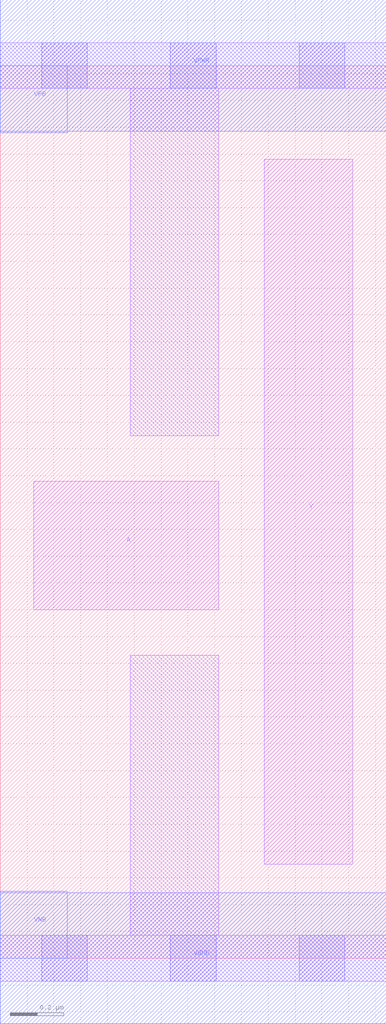
<source format=lef>
# Copyright 2020 The SkyWater PDK Authors
#
# Licensed under the Apache License, Version 2.0 (the "License");
# you may not use this file except in compliance with the License.
# You may obtain a copy of the License at
#
#     https://www.apache.org/licenses/LICENSE-2.0
#
# Unless required by applicable law or agreed to in writing, software
# distributed under the License is distributed on an "AS IS" BASIS,
# WITHOUT WARRANTIES OR CONDITIONS OF ANY KIND, either express or implied.
# See the License for the specific language governing permissions and
# limitations under the License.
#
# SPDX-License-Identifier: Apache-2.0

VERSION 5.5 ;
NAMESCASESENSITIVE ON ;
BUSBITCHARS "[]" ;
DIVIDERCHAR "/" ;
MACRO sky130_fd_sc_hs__inv_1
  CLASS CORE ;
  SOURCE USER ;
  ORIGIN  0.000000  0.000000 ;
  SIZE  1.440000 BY  3.330000 ;
  SYMMETRY X Y ;
  SITE unit ;
  PIN A
    ANTENNAGATEAREA  0.279000 ;
    DIRECTION INPUT ;
    USE SIGNAL ;
    PORT
      LAYER li1 ;
        RECT 0.125000 1.300000 0.815000 1.780000 ;
    END
  END A
  PIN Y
    ANTENNADIFFAREA  0.541300 ;
    DIRECTION OUTPUT ;
    USE SIGNAL ;
    PORT
      LAYER li1 ;
        RECT 0.985000 0.350000 1.315000 2.980000 ;
    END
  END Y
  PIN VGND
    DIRECTION INOUT ;
    USE GROUND ;
    PORT
      LAYER met1 ;
        RECT 0.000000 -0.245000 1.440000 0.245000 ;
    END
  END VGND
  PIN VNB
    DIRECTION INOUT ;
    USE GROUND ;
    PORT
    END
  END VNB
  PIN VPB
    DIRECTION INOUT ;
    USE POWER ;
    PORT
    END
  END VPB
  PIN VNB
    DIRECTION INOUT ;
    USE GROUND ;
    PORT
      LAYER met1 ;
        RECT 0.000000 0.000000 0.250000 0.250000 ;
    END
  END VNB
  PIN VPB
    DIRECTION INOUT ;
    USE POWER ;
    PORT
      LAYER met1 ;
        RECT 0.000000 3.080000 0.250000 3.330000 ;
    END
  END VPB
  PIN VPWR
    DIRECTION INOUT ;
    USE POWER ;
    PORT
      LAYER met1 ;
        RECT 0.000000 3.085000 1.440000 3.575000 ;
    END
  END VPWR
  OBS
    LAYER li1 ;
      RECT 0.000000 -0.085000 1.440000 0.085000 ;
      RECT 0.000000  3.245000 1.440000 3.415000 ;
      RECT 0.485000  0.085000 0.815000 1.130000 ;
      RECT 0.485000  1.950000 0.815000 3.245000 ;
    LAYER mcon ;
      RECT 0.155000 -0.085000 0.325000 0.085000 ;
      RECT 0.155000  3.245000 0.325000 3.415000 ;
      RECT 0.635000 -0.085000 0.805000 0.085000 ;
      RECT 0.635000  3.245000 0.805000 3.415000 ;
      RECT 1.115000 -0.085000 1.285000 0.085000 ;
      RECT 1.115000  3.245000 1.285000 3.415000 ;
  END
END sky130_fd_sc_hs__inv_1
END LIBRARY

</source>
